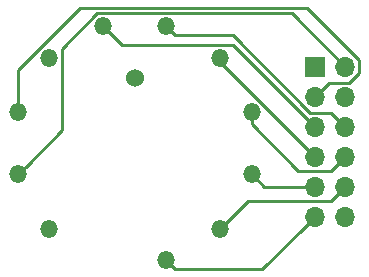
<source format=gbr>
G04 #@! TF.GenerationSoftware,KiCad,Pcbnew,(5.0.1)-4*
G04 #@! TF.CreationDate,2019-01-16T22:33:14-08:00*
G04 #@! TF.ProjectId,BareRotary,42617265526F746172792E6B69636164,rev?*
G04 #@! TF.SameCoordinates,Original*
G04 #@! TF.FileFunction,Copper,L2,Bot,Signal*
G04 #@! TF.FilePolarity,Positive*
%FSLAX46Y46*%
G04 Gerber Fmt 4.6, Leading zero omitted, Abs format (unit mm)*
G04 Created by KiCad (PCBNEW (5.0.1)-4) date 1/16/2019 10:33:14 PM*
%MOMM*%
%LPD*%
G01*
G04 APERTURE LIST*
G04 #@! TA.AperFunction,ComponentPad*
%ADD10R,1.700000X1.700000*%
G04 #@! TD*
G04 #@! TA.AperFunction,ComponentPad*
%ADD11O,1.700000X1.700000*%
G04 #@! TD*
G04 #@! TA.AperFunction,ComponentPad*
%ADD12O,1.500000X1.500000*%
G04 #@! TD*
G04 #@! TA.AperFunction,ComponentPad*
%ADD13C,1.524000*%
G04 #@! TD*
G04 #@! TA.AperFunction,Conductor*
%ADD14C,0.250000*%
G04 #@! TD*
G04 APERTURE END LIST*
D10*
G04 #@! TO.P,J1,1*
G04 #@! TO.N,Net-(J1-Pad1)*
X116078000Y-44958000D03*
D11*
G04 #@! TO.P,J1,2*
G04 #@! TO.N,Net-(J1-Pad2)*
X118618000Y-44958000D03*
G04 #@! TO.P,J1,3*
G04 #@! TO.N,Net-(J1-Pad3)*
X116078000Y-47498000D03*
G04 #@! TO.P,J1,4*
G04 #@! TO.N,Net-(J1-Pad4)*
X118618000Y-47498000D03*
G04 #@! TO.P,J1,5*
G04 #@! TO.N,Net-(J1-Pad5)*
X116078000Y-50038000D03*
G04 #@! TO.P,J1,6*
G04 #@! TO.N,Net-(J1-Pad6)*
X118618000Y-50038000D03*
G04 #@! TO.P,J1,7*
G04 #@! TO.N,Net-(J1-Pad7)*
X116078000Y-52578000D03*
G04 #@! TO.P,J1,8*
G04 #@! TO.N,Net-(J1-Pad8)*
X118618000Y-52578000D03*
G04 #@! TO.P,J1,9*
G04 #@! TO.N,Net-(J1-Pad9)*
X116078000Y-55118000D03*
G04 #@! TO.P,J1,10*
G04 #@! TO.N,Net-(J1-Pad10)*
X118618000Y-55118000D03*
G04 #@! TO.P,J1,11*
G04 #@! TO.N,Net-(J1-Pad11)*
X116078000Y-57658000D03*
G04 #@! TO.P,J1,12*
G04 #@! TO.N,Net-(J1-Pad12)*
X118618000Y-57658000D03*
G04 #@! TD*
D12*
G04 #@! TO.P,SW1,6*
G04 #@! TO.N,Net-(J1-Pad6)*
X103477896Y-41534261D03*
G04 #@! TO.P,SW1,7*
G04 #@! TO.N,Net-(J1-Pad7)*
X108072845Y-44187156D03*
G04 #@! TO.P,SW1,8*
G04 #@! TO.N,Net-(J1-Pad8)*
X110725740Y-48782105D03*
G04 #@! TO.P,SW1,9*
G04 #@! TO.N,Net-(J1-Pad9)*
X110725740Y-54087895D03*
G04 #@! TO.P,SW1,10*
G04 #@! TO.N,Net-(J1-Pad10)*
X108072845Y-58682844D03*
G04 #@! TO.P,SW1,11*
G04 #@! TO.N,Net-(J1-Pad11)*
X103477896Y-61335739D03*
G04 #@! TO.P,SW1,1*
G04 #@! TO.N,Net-(SW1-Pad1)*
X93577157Y-58682844D03*
G04 #@! TO.P,SW1,2*
G04 #@! TO.N,Net-(J1-Pad2)*
X90924262Y-54087895D03*
G04 #@! TO.P,SW1,3*
G04 #@! TO.N,Net-(J1-Pad3)*
X90924262Y-48782105D03*
G04 #@! TO.P,SW1,4*
G04 #@! TO.N,Net-(J1-Pad4)*
X93577157Y-44187156D03*
G04 #@! TO.P,SW1,5*
G04 #@! TO.N,Net-(J1-Pad5)*
X98172106Y-41534261D03*
D13*
G04 #@! TO.P,SW1,13*
G04 #@! TO.N,Net-(J1-Pad1)*
X100825001Y-45935000D03*
G04 #@! TD*
D14*
G04 #@! TO.N,Net-(J1-Pad2)*
X91674261Y-53337896D02*
X90924262Y-54087895D01*
X94652158Y-50359999D02*
X91674261Y-53337896D01*
X94652158Y-43463207D02*
X94652158Y-50359999D01*
X97656105Y-40459260D02*
X94652158Y-43463207D01*
X114119260Y-40459260D02*
X97656105Y-40459260D01*
X118618000Y-44958000D02*
X114119260Y-40459260D01*
G04 #@! TO.N,Net-(J1-Pad3)*
X96164060Y-40009251D02*
X90924262Y-45249049D01*
X90924262Y-45249049D02*
X90924262Y-47721445D01*
X115408253Y-40009251D02*
X96164060Y-40009251D01*
X119793001Y-45522001D02*
X119793001Y-44393999D01*
X90924262Y-47721445D02*
X90924262Y-48782105D01*
X118992003Y-46322999D02*
X119793001Y-45522001D01*
X117253001Y-46322999D02*
X118992003Y-46322999D01*
X119793001Y-44393999D02*
X115408253Y-40009251D01*
X116078000Y-47498000D02*
X117253001Y-46322999D01*
G04 #@! TO.N,Net-(J1-Pad5)*
X98922105Y-42284260D02*
X98172106Y-41534261D01*
X99750000Y-43112155D02*
X98922105Y-42284260D01*
X109152155Y-43112155D02*
X99750000Y-43112155D01*
X116078000Y-50038000D02*
X109152155Y-43112155D01*
G04 #@! TO.N,Net-(J1-Pad6)*
X117768001Y-49188001D02*
X118618000Y-50038000D01*
X117442999Y-48862999D02*
X117768001Y-49188001D01*
X115703997Y-48862999D02*
X117442999Y-48862999D01*
X109125258Y-42284260D02*
X115703997Y-48862999D01*
X104227895Y-42284260D02*
X109125258Y-42284260D01*
X103477896Y-41534261D02*
X104227895Y-42284260D01*
G04 #@! TO.N,Net-(J1-Pad7)*
X108072845Y-44572845D02*
X108072845Y-44187156D01*
X116078000Y-52578000D02*
X108072845Y-44572845D01*
G04 #@! TO.N,Net-(J1-Pad8)*
X110725740Y-49842765D02*
X110725740Y-48782105D01*
X114635976Y-53753001D02*
X110725740Y-49842765D01*
X117442999Y-53753001D02*
X114635976Y-53753001D01*
X118618000Y-52578000D02*
X117442999Y-53753001D01*
G04 #@! TO.N,Net-(J1-Pad9)*
X111755845Y-55118000D02*
X116078000Y-55118000D01*
X110725740Y-54087895D02*
X111755845Y-55118000D01*
G04 #@! TO.N,Net-(J1-Pad10)*
X108822844Y-57932845D02*
X108072845Y-58682844D01*
X110462688Y-56293001D02*
X108822844Y-57932845D01*
X117442999Y-56293001D02*
X110462688Y-56293001D01*
X118618000Y-55118000D02*
X117442999Y-56293001D01*
G04 #@! TO.N,Net-(J1-Pad11)*
X115228001Y-58507999D02*
X116078000Y-57658000D01*
X111650262Y-62085738D02*
X115228001Y-58507999D01*
X104227895Y-62085738D02*
X111650262Y-62085738D01*
X103477896Y-61335739D02*
X104227895Y-62085738D01*
G04 #@! TD*
M02*

</source>
